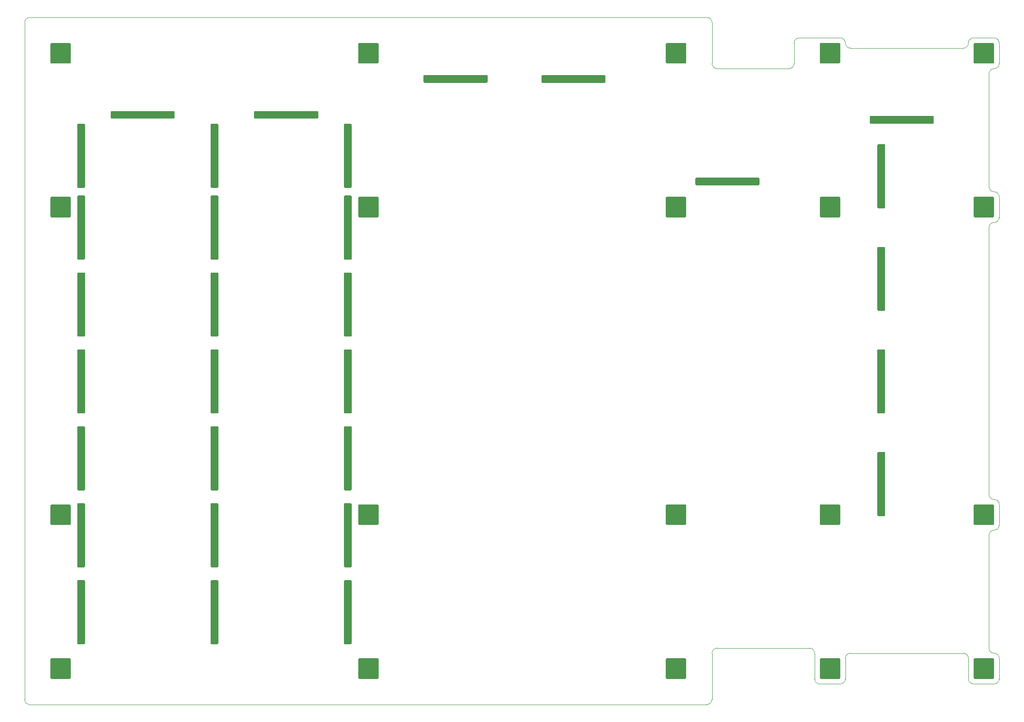
<source format=gbr>
G04 #@! TF.GenerationSoftware,KiCad,Pcbnew,6.0.10+dfsg-1~bpo11+1*
G04 #@! TF.ProjectId,storage,73746f72-6167-4652-9e6b-696361645f70,5.0*
G04 #@! TF.SameCoordinates,Original*
G04 #@! TF.FileFunction,Soldermask,Bot*
G04 #@! TF.FilePolarity,Negative*
%FSLAX46Y46*%
G04 Gerber Fmt 4.6, Leading zero omitted, Abs format (unit mm)*
%MOMM*%
%LPD*%
G01*
G04 APERTURE LIST*
G04 #@! TA.AperFunction,Profile*
%ADD10C,0.120000*%
G04 #@! TD*
G04 APERTURE END LIST*
D10*
X203000000Y-149000000D02*
X185000000Y-149000000D01*
X240000000Y-151000000D02*
X240000000Y-155000000D01*
X210000000Y-151000000D02*
X210000000Y-155000000D01*
X209000000Y-156000000D02*
X205000000Y-156000000D01*
X240000000Y-121000000D02*
X240000000Y-125000000D01*
X201000000Y-30000000D02*
X209000000Y-30000000D01*
X185000000Y-36000000D02*
X199000000Y-36000000D01*
X233000000Y-150000000D02*
X211000000Y-150000000D01*
X240000000Y-31000000D02*
X240000000Y-35000000D01*
X239000000Y-156000000D02*
X235000000Y-156000000D01*
X238000000Y-67000000D02*
X238000000Y-119000000D01*
X184000000Y-150000000D02*
X184000000Y-159000000D01*
X200000000Y-35000000D02*
X200000000Y-31000000D01*
X183000000Y-160000000D02*
X51000000Y-160000000D01*
X234000000Y-155000000D02*
X234000000Y-151000000D01*
X204000000Y-155000000D02*
X204000000Y-150000000D01*
X51000000Y-26000000D02*
X183000000Y-26000000D01*
X184000000Y-27000000D02*
X184000000Y-35000000D01*
X235000000Y-30000000D02*
X239000000Y-30000000D01*
X211000000Y-32000000D02*
X233000000Y-32000000D01*
X238000000Y-127000000D02*
X238000000Y-149000000D01*
X238000000Y-37000000D02*
X238000000Y-59000000D01*
X240000000Y-61000000D02*
X240000000Y-65000000D01*
X50000000Y-159000000D02*
X50000000Y-27000000D01*
X239000000Y-36000000D02*
G75*
G03*
X240000000Y-35000000I0J1000000D01*
G01*
X211000000Y-150000000D02*
G75*
G03*
X210000000Y-151000000I0J-1000000D01*
G01*
X204000000Y-155000000D02*
G75*
G03*
X205000000Y-156000000I1000000J0D01*
G01*
X184000000Y-27000000D02*
G75*
G03*
X183000000Y-26000000I-1000000J0D01*
G01*
X240000000Y-121000000D02*
G75*
G03*
X239000000Y-120000000I-1000000J0D01*
G01*
X238000000Y-59000000D02*
G75*
G03*
X239000000Y-60000000I1000000J0D01*
G01*
X239000000Y-36000000D02*
G75*
G03*
X238000000Y-37000000I0J-1000000D01*
G01*
X239000000Y-126000000D02*
G75*
G03*
X240000000Y-125000000I0J1000000D01*
G01*
X240000000Y-61000000D02*
G75*
G03*
X239000000Y-60000000I-1000000J0D01*
G01*
X199000000Y-36000000D02*
G75*
G03*
X200000000Y-35000000I0J1000000D01*
G01*
X233000000Y-32000000D02*
G75*
G03*
X234000000Y-31000000I0J1000000D01*
G01*
X210000000Y-31000000D02*
G75*
G03*
X209000000Y-30000000I-1000000J0D01*
G01*
X210000000Y-31000000D02*
G75*
G03*
X211000000Y-32000000I1000000J0D01*
G01*
X185000000Y-149000000D02*
G75*
G03*
X184000000Y-150000000I0J-1000000D01*
G01*
X238000000Y-149000000D02*
G75*
G03*
X239000000Y-150000000I1000000J0D01*
G01*
X201000000Y-30000000D02*
G75*
G03*
X200000000Y-31000000I0J-1000000D01*
G01*
X234000000Y-155000000D02*
G75*
G03*
X235000000Y-156000000I1000000J0D01*
G01*
X239000000Y-156000000D02*
G75*
G03*
X240000000Y-155000000I0J1000000D01*
G01*
X238000000Y-119000000D02*
G75*
G03*
X239000000Y-120000000I1000000J0D01*
G01*
X239000000Y-126000000D02*
G75*
G03*
X238000000Y-127000000I0J-1000000D01*
G01*
X240000000Y-31000000D02*
G75*
G03*
X239000000Y-30000000I-1000000J0D01*
G01*
X204000000Y-150000000D02*
G75*
G03*
X203000000Y-149000000I-1000000J0D01*
G01*
X50000000Y-159000000D02*
G75*
G03*
X51000000Y-160000000I999999J-1D01*
G01*
X234000000Y-151000000D02*
G75*
G03*
X233000000Y-150000000I-1000000J0D01*
G01*
X209000000Y-156000000D02*
G75*
G03*
X210000000Y-155000000I0J1000000D01*
G01*
X51000000Y-26000000D02*
G75*
G03*
X50000000Y-27000000I-1J-999999D01*
G01*
X239000000Y-66000000D02*
G75*
G03*
X240000000Y-65000000I0J1000000D01*
G01*
X184000000Y-35000000D02*
G75*
G03*
X185000000Y-36000000I1000000J0D01*
G01*
X235000000Y-30000000D02*
G75*
G03*
X234000000Y-31000000I0J-1000000D01*
G01*
X239000000Y-66000000D02*
G75*
G03*
X238000000Y-67000000I0J-1000000D01*
G01*
X183000000Y-160000000D02*
G75*
G03*
X184000000Y-159000000I0J1000000D01*
G01*
X240000000Y-151000000D02*
G75*
G03*
X239000000Y-150000000I-1000000J0D01*
G01*
G36*
G01*
X235000000Y-64800000D02*
X235000000Y-61200000D01*
G75*
G02*
X235200000Y-61000000I200000J0D01*
G01*
X238800000Y-61000000D01*
G75*
G02*
X239000000Y-61200000I0J-200000D01*
G01*
X239000000Y-64800000D01*
G75*
G02*
X238800000Y-65000000I-200000J0D01*
G01*
X235200000Y-65000000D01*
G75*
G02*
X235000000Y-64800000I0J200000D01*
G01*
G37*
G36*
G01*
X205000000Y-34800000D02*
X205000000Y-31200000D01*
G75*
G02*
X205200000Y-31000000I200000J0D01*
G01*
X208800000Y-31000000D01*
G75*
G02*
X209000000Y-31200000I0J-200000D01*
G01*
X209000000Y-34800000D01*
G75*
G02*
X208800000Y-35000000I-200000J0D01*
G01*
X205200000Y-35000000D01*
G75*
G02*
X205000000Y-34800000I0J200000D01*
G01*
G37*
G36*
G01*
X55000000Y-154800000D02*
X55000000Y-151200000D01*
G75*
G02*
X55200000Y-151000000I200000J0D01*
G01*
X58800000Y-151000000D01*
G75*
G02*
X59000000Y-151200000I0J-200000D01*
G01*
X59000000Y-154800000D01*
G75*
G02*
X58800000Y-155000000I-200000J0D01*
G01*
X55200000Y-155000000D01*
G75*
G02*
X55000000Y-154800000I0J200000D01*
G01*
G37*
G36*
G01*
X205000000Y-124800000D02*
X205000000Y-121200000D01*
G75*
G02*
X205200000Y-121000000I200000J0D01*
G01*
X208800000Y-121000000D01*
G75*
G02*
X209000000Y-121200000I0J-200000D01*
G01*
X209000000Y-124800000D01*
G75*
G02*
X208800000Y-125000000I-200000J0D01*
G01*
X205200000Y-125000000D01*
G75*
G02*
X205000000Y-124800000I0J200000D01*
G01*
G37*
G36*
G01*
X235000000Y-154800000D02*
X235000000Y-151200000D01*
G75*
G02*
X235200000Y-151000000I200000J0D01*
G01*
X238800000Y-151000000D01*
G75*
G02*
X239000000Y-151200000I0J-200000D01*
G01*
X239000000Y-154800000D01*
G75*
G02*
X238800000Y-155000000I-200000J0D01*
G01*
X235200000Y-155000000D01*
G75*
G02*
X235000000Y-154800000I0J200000D01*
G01*
G37*
G36*
G01*
X55000000Y-64800000D02*
X55000000Y-61200000D01*
G75*
G02*
X55200000Y-61000000I200000J0D01*
G01*
X58800000Y-61000000D01*
G75*
G02*
X59000000Y-61200000I0J-200000D01*
G01*
X59000000Y-64800000D01*
G75*
G02*
X58800000Y-65000000I-200000J0D01*
G01*
X55200000Y-65000000D01*
G75*
G02*
X55000000Y-64800000I0J200000D01*
G01*
G37*
G36*
G01*
X115000000Y-154800000D02*
X115000000Y-151200000D01*
G75*
G02*
X115200000Y-151000000I200000J0D01*
G01*
X118800000Y-151000000D01*
G75*
G02*
X119000000Y-151200000I0J-200000D01*
G01*
X119000000Y-154800000D01*
G75*
G02*
X118800000Y-155000000I-200000J0D01*
G01*
X115200000Y-155000000D01*
G75*
G02*
X115000000Y-154800000I0J200000D01*
G01*
G37*
G36*
G01*
X205000000Y-154800000D02*
X205000000Y-151200000D01*
G75*
G02*
X205200000Y-151000000I200000J0D01*
G01*
X208800000Y-151000000D01*
G75*
G02*
X209000000Y-151200000I0J-200000D01*
G01*
X209000000Y-154800000D01*
G75*
G02*
X208800000Y-155000000I-200000J0D01*
G01*
X205200000Y-155000000D01*
G75*
G02*
X205000000Y-154800000I0J200000D01*
G01*
G37*
G36*
G01*
X175000000Y-154800000D02*
X175000000Y-151200000D01*
G75*
G02*
X175200000Y-151000000I200000J0D01*
G01*
X178800000Y-151000000D01*
G75*
G02*
X179000000Y-151200000I0J-200000D01*
G01*
X179000000Y-154800000D01*
G75*
G02*
X178800000Y-155000000I-200000J0D01*
G01*
X175200000Y-155000000D01*
G75*
G02*
X175000000Y-154800000I0J200000D01*
G01*
G37*
G36*
G01*
X235000000Y-34800000D02*
X235000000Y-31200000D01*
G75*
G02*
X235200000Y-31000000I200000J0D01*
G01*
X238800000Y-31000000D01*
G75*
G02*
X239000000Y-31200000I0J-200000D01*
G01*
X239000000Y-34800000D01*
G75*
G02*
X238800000Y-35000000I-200000J0D01*
G01*
X235200000Y-35000000D01*
G75*
G02*
X235000000Y-34800000I0J200000D01*
G01*
G37*
G36*
G01*
X55000000Y-124800000D02*
X55000000Y-121200000D01*
G75*
G02*
X55200000Y-121000000I200000J0D01*
G01*
X58800000Y-121000000D01*
G75*
G02*
X59000000Y-121200000I0J-200000D01*
G01*
X59000000Y-124800000D01*
G75*
G02*
X58800000Y-125000000I-200000J0D01*
G01*
X55200000Y-125000000D01*
G75*
G02*
X55000000Y-124800000I0J200000D01*
G01*
G37*
G36*
G01*
X115000000Y-34800000D02*
X115000000Y-31200000D01*
G75*
G02*
X115200000Y-31000000I200000J0D01*
G01*
X118800000Y-31000000D01*
G75*
G02*
X119000000Y-31200000I0J-200000D01*
G01*
X119000000Y-34800000D01*
G75*
G02*
X118800000Y-35000000I-200000J0D01*
G01*
X115200000Y-35000000D01*
G75*
G02*
X115000000Y-34800000I0J200000D01*
G01*
G37*
G36*
G01*
X205000000Y-64800000D02*
X205000000Y-61200000D01*
G75*
G02*
X205200000Y-61000000I200000J0D01*
G01*
X208800000Y-61000000D01*
G75*
G02*
X209000000Y-61200000I0J-200000D01*
G01*
X209000000Y-64800000D01*
G75*
G02*
X208800000Y-65000000I-200000J0D01*
G01*
X205200000Y-65000000D01*
G75*
G02*
X205000000Y-64800000I0J200000D01*
G01*
G37*
G36*
G01*
X175000000Y-124800000D02*
X175000000Y-121200000D01*
G75*
G02*
X175200000Y-121000000I200000J0D01*
G01*
X178800000Y-121000000D01*
G75*
G02*
X179000000Y-121200000I0J-200000D01*
G01*
X179000000Y-124800000D01*
G75*
G02*
X178800000Y-125000000I-200000J0D01*
G01*
X175200000Y-125000000D01*
G75*
G02*
X175000000Y-124800000I0J200000D01*
G01*
G37*
G36*
G01*
X175000000Y-34800000D02*
X175000000Y-31200000D01*
G75*
G02*
X175200000Y-31000000I200000J0D01*
G01*
X178800000Y-31000000D01*
G75*
G02*
X179000000Y-31200000I0J-200000D01*
G01*
X179000000Y-34800000D01*
G75*
G02*
X178800000Y-35000000I-200000J0D01*
G01*
X175200000Y-35000000D01*
G75*
G02*
X175000000Y-34800000I0J200000D01*
G01*
G37*
G36*
G01*
X235000000Y-124800000D02*
X235000000Y-121200000D01*
G75*
G02*
X235200000Y-121000000I200000J0D01*
G01*
X238800000Y-121000000D01*
G75*
G02*
X239000000Y-121200000I0J-200000D01*
G01*
X239000000Y-124800000D01*
G75*
G02*
X238800000Y-125000000I-200000J0D01*
G01*
X235200000Y-125000000D01*
G75*
G02*
X235000000Y-124800000I0J200000D01*
G01*
G37*
G36*
G01*
X115000000Y-64800000D02*
X115000000Y-61200000D01*
G75*
G02*
X115200000Y-61000000I200000J0D01*
G01*
X118800000Y-61000000D01*
G75*
G02*
X119000000Y-61200000I0J-200000D01*
G01*
X119000000Y-64800000D01*
G75*
G02*
X118800000Y-65000000I-200000J0D01*
G01*
X115200000Y-65000000D01*
G75*
G02*
X115000000Y-64800000I0J200000D01*
G01*
G37*
G36*
G01*
X115000000Y-124800000D02*
X115000000Y-121200000D01*
G75*
G02*
X115200000Y-121000000I200000J0D01*
G01*
X118800000Y-121000000D01*
G75*
G02*
X119000000Y-121200000I0J-200000D01*
G01*
X119000000Y-124800000D01*
G75*
G02*
X118800000Y-125000000I-200000J0D01*
G01*
X115200000Y-125000000D01*
G75*
G02*
X115000000Y-124800000I0J200000D01*
G01*
G37*
G36*
G01*
X55000000Y-34800000D02*
X55000000Y-31200000D01*
G75*
G02*
X55200000Y-31000000I200000J0D01*
G01*
X58800000Y-31000000D01*
G75*
G02*
X59000000Y-31200000I0J-200000D01*
G01*
X59000000Y-34800000D01*
G75*
G02*
X58800000Y-35000000I-200000J0D01*
G01*
X55200000Y-35000000D01*
G75*
G02*
X55000000Y-34800000I0J200000D01*
G01*
G37*
G36*
G01*
X175000000Y-64800000D02*
X175000000Y-61200000D01*
G75*
G02*
X175200000Y-61000000I200000J0D01*
G01*
X178800000Y-61000000D01*
G75*
G02*
X179000000Y-61200000I0J-200000D01*
G01*
X179000000Y-64800000D01*
G75*
G02*
X178800000Y-65000000I-200000J0D01*
G01*
X175200000Y-65000000D01*
G75*
G02*
X175000000Y-64800000I0J200000D01*
G01*
G37*
G36*
G01*
X79250000Y-44400000D02*
X79250000Y-45600000D01*
G75*
G02*
X79100000Y-45750000I-150000J0D01*
G01*
X66900000Y-45750000D01*
G75*
G02*
X66750000Y-45600000I0J150000D01*
G01*
X66750000Y-44400000D01*
G75*
G02*
X66900000Y-44250000I150000J0D01*
G01*
X79100000Y-44250000D01*
G75*
G02*
X79250000Y-44400000I0J-150000D01*
G01*
G37*
G36*
G01*
X107250000Y-44400000D02*
X107250000Y-45600000D01*
G75*
G02*
X107100000Y-45750000I-150000J0D01*
G01*
X94900000Y-45750000D01*
G75*
G02*
X94750000Y-45600000I0J150000D01*
G01*
X94750000Y-44400000D01*
G75*
G02*
X94900000Y-44250000I150000J0D01*
G01*
X107100000Y-44250000D01*
G75*
G02*
X107250000Y-44400000I0J-150000D01*
G01*
G37*
G36*
G01*
X61600000Y-133250000D02*
X60400000Y-133250000D01*
G75*
G02*
X60250000Y-133100000I0J150000D01*
G01*
X60250000Y-120900000D01*
G75*
G02*
X60400000Y-120750000I150000J0D01*
G01*
X61600000Y-120750000D01*
G75*
G02*
X61750000Y-120900000I0J-150000D01*
G01*
X61750000Y-133100000D01*
G75*
G02*
X61600000Y-133250000I-150000J0D01*
G01*
G37*
G36*
G01*
X112400000Y-135750000D02*
X113600000Y-135750000D01*
G75*
G02*
X113750000Y-135900000I0J-150000D01*
G01*
X113750000Y-148100000D01*
G75*
G02*
X113600000Y-148250000I-150000J0D01*
G01*
X112400000Y-148250000D01*
G75*
G02*
X112250000Y-148100000I0J150000D01*
G01*
X112250000Y-135900000D01*
G75*
G02*
X112400000Y-135750000I150000J0D01*
G01*
G37*
G36*
G01*
X216400000Y-90750000D02*
X217600000Y-90750000D01*
G75*
G02*
X217750000Y-90900000I0J-150000D01*
G01*
X217750000Y-103100000D01*
G75*
G02*
X217600000Y-103250000I-150000J0D01*
G01*
X216400000Y-103250000D01*
G75*
G02*
X216250000Y-103100000I0J150000D01*
G01*
X216250000Y-90900000D01*
G75*
G02*
X216400000Y-90750000I150000J0D01*
G01*
G37*
G36*
G01*
X60400000Y-135750000D02*
X61600000Y-135750000D01*
G75*
G02*
X61750000Y-135900000I0J-150000D01*
G01*
X61750000Y-148100000D01*
G75*
G02*
X61600000Y-148250000I-150000J0D01*
G01*
X60400000Y-148250000D01*
G75*
G02*
X60250000Y-148100000I0J150000D01*
G01*
X60250000Y-135900000D01*
G75*
G02*
X60400000Y-135750000I150000J0D01*
G01*
G37*
G36*
G01*
X60400000Y-105750000D02*
X61600000Y-105750000D01*
G75*
G02*
X61750000Y-105900000I0J-150000D01*
G01*
X61750000Y-118100000D01*
G75*
G02*
X61600000Y-118250000I-150000J0D01*
G01*
X60400000Y-118250000D01*
G75*
G02*
X60250000Y-118100000I0J150000D01*
G01*
X60250000Y-105900000D01*
G75*
G02*
X60400000Y-105750000I150000J0D01*
G01*
G37*
G36*
G01*
X86400000Y-75750000D02*
X87600000Y-75750000D01*
G75*
G02*
X87750000Y-75900000I0J-150000D01*
G01*
X87750000Y-88100000D01*
G75*
G02*
X87600000Y-88250000I-150000J0D01*
G01*
X86400000Y-88250000D01*
G75*
G02*
X86250000Y-88100000I0J150000D01*
G01*
X86250000Y-75900000D01*
G75*
G02*
X86400000Y-75750000I150000J0D01*
G01*
G37*
G36*
G01*
X60400000Y-60750000D02*
X61600000Y-60750000D01*
G75*
G02*
X61750000Y-60900000I0J-150000D01*
G01*
X61750000Y-73100000D01*
G75*
G02*
X61600000Y-73250000I-150000J0D01*
G01*
X60400000Y-73250000D01*
G75*
G02*
X60250000Y-73100000I0J150000D01*
G01*
X60250000Y-60900000D01*
G75*
G02*
X60400000Y-60750000I150000J0D01*
G01*
G37*
G36*
G01*
X216400000Y-50750000D02*
X217600000Y-50750000D01*
G75*
G02*
X217750000Y-50900000I0J-150000D01*
G01*
X217750000Y-63100000D01*
G75*
G02*
X217600000Y-63250000I-150000J0D01*
G01*
X216400000Y-63250000D01*
G75*
G02*
X216250000Y-63100000I0J150000D01*
G01*
X216250000Y-50900000D01*
G75*
G02*
X216400000Y-50750000I150000J0D01*
G01*
G37*
G36*
G01*
X227250000Y-45400000D02*
X227250000Y-46600000D01*
G75*
G02*
X227100000Y-46750000I-150000J0D01*
G01*
X214900000Y-46750000D01*
G75*
G02*
X214750000Y-46600000I0J150000D01*
G01*
X214750000Y-45400000D01*
G75*
G02*
X214900000Y-45250000I150000J0D01*
G01*
X227100000Y-45250000D01*
G75*
G02*
X227250000Y-45400000I0J-150000D01*
G01*
G37*
G36*
G01*
X112400000Y-46750000D02*
X113600000Y-46750000D01*
G75*
G02*
X113750000Y-46900000I0J-150000D01*
G01*
X113750000Y-59100000D01*
G75*
G02*
X113600000Y-59250000I-150000J0D01*
G01*
X112400000Y-59250000D01*
G75*
G02*
X112250000Y-59100000I0J150000D01*
G01*
X112250000Y-46900000D01*
G75*
G02*
X112400000Y-46750000I150000J0D01*
G01*
G37*
G36*
G01*
X60400000Y-46750000D02*
X61600000Y-46750000D01*
G75*
G02*
X61750000Y-46900000I0J-150000D01*
G01*
X61750000Y-59100000D01*
G75*
G02*
X61600000Y-59250000I-150000J0D01*
G01*
X60400000Y-59250000D01*
G75*
G02*
X60250000Y-59100000I0J150000D01*
G01*
X60250000Y-46900000D01*
G75*
G02*
X60400000Y-46750000I150000J0D01*
G01*
G37*
G36*
G01*
X86400000Y-135750000D02*
X87600000Y-135750000D01*
G75*
G02*
X87750000Y-135900000I0J-150000D01*
G01*
X87750000Y-148100000D01*
G75*
G02*
X87600000Y-148250000I-150000J0D01*
G01*
X86400000Y-148250000D01*
G75*
G02*
X86250000Y-148100000I0J150000D01*
G01*
X86250000Y-135900000D01*
G75*
G02*
X86400000Y-135750000I150000J0D01*
G01*
G37*
G36*
G01*
X216400000Y-70750000D02*
X217600000Y-70750000D01*
G75*
G02*
X217750000Y-70900000I0J-150000D01*
G01*
X217750000Y-83100000D01*
G75*
G02*
X217600000Y-83250000I-150000J0D01*
G01*
X216400000Y-83250000D01*
G75*
G02*
X216250000Y-83100000I0J150000D01*
G01*
X216250000Y-70900000D01*
G75*
G02*
X216400000Y-70750000I150000J0D01*
G01*
G37*
G36*
G01*
X112400000Y-75750000D02*
X113600000Y-75750000D01*
G75*
G02*
X113750000Y-75900000I0J-150000D01*
G01*
X113750000Y-88100000D01*
G75*
G02*
X113600000Y-88250000I-150000J0D01*
G01*
X112400000Y-88250000D01*
G75*
G02*
X112250000Y-88100000I0J150000D01*
G01*
X112250000Y-75900000D01*
G75*
G02*
X112400000Y-75750000I150000J0D01*
G01*
G37*
G36*
G01*
X86400000Y-60750000D02*
X87600000Y-60750000D01*
G75*
G02*
X87750000Y-60900000I0J-150000D01*
G01*
X87750000Y-73100000D01*
G75*
G02*
X87600000Y-73250000I-150000J0D01*
G01*
X86400000Y-73250000D01*
G75*
G02*
X86250000Y-73100000I0J150000D01*
G01*
X86250000Y-60900000D01*
G75*
G02*
X86400000Y-60750000I150000J0D01*
G01*
G37*
G36*
G01*
X112400000Y-60750000D02*
X113600000Y-60750000D01*
G75*
G02*
X113750000Y-60900000I0J-150000D01*
G01*
X113750000Y-73100000D01*
G75*
G02*
X113600000Y-73250000I-150000J0D01*
G01*
X112400000Y-73250000D01*
G75*
G02*
X112250000Y-73100000I0J150000D01*
G01*
X112250000Y-60900000D01*
G75*
G02*
X112400000Y-60750000I150000J0D01*
G01*
G37*
G36*
G01*
X86400000Y-120750000D02*
X87600000Y-120750000D01*
G75*
G02*
X87750000Y-120900000I0J-150000D01*
G01*
X87750000Y-133100000D01*
G75*
G02*
X87600000Y-133250000I-150000J0D01*
G01*
X86400000Y-133250000D01*
G75*
G02*
X86250000Y-133100000I0J150000D01*
G01*
X86250000Y-120900000D01*
G75*
G02*
X86400000Y-120750000I150000J0D01*
G01*
G37*
G36*
G01*
X60400000Y-75750000D02*
X61600000Y-75750000D01*
G75*
G02*
X61750000Y-75900000I0J-150000D01*
G01*
X61750000Y-88100000D01*
G75*
G02*
X61600000Y-88250000I-150000J0D01*
G01*
X60400000Y-88250000D01*
G75*
G02*
X60250000Y-88100000I0J150000D01*
G01*
X60250000Y-75900000D01*
G75*
G02*
X60400000Y-75750000I150000J0D01*
G01*
G37*
G36*
G01*
X112400000Y-120750000D02*
X113600000Y-120750000D01*
G75*
G02*
X113750000Y-120900000I0J-150000D01*
G01*
X113750000Y-133100000D01*
G75*
G02*
X113600000Y-133250000I-150000J0D01*
G01*
X112400000Y-133250000D01*
G75*
G02*
X112250000Y-133100000I0J150000D01*
G01*
X112250000Y-120900000D01*
G75*
G02*
X112400000Y-120750000I150000J0D01*
G01*
G37*
G36*
G01*
X163250000Y-37400000D02*
X163250000Y-38600000D01*
G75*
G02*
X163100000Y-38750000I-150000J0D01*
G01*
X150900000Y-38750000D01*
G75*
G02*
X150750000Y-38600000I0J150000D01*
G01*
X150750000Y-37400000D01*
G75*
G02*
X150900000Y-37250000I150000J0D01*
G01*
X163100000Y-37250000D01*
G75*
G02*
X163250000Y-37400000I0J-150000D01*
G01*
G37*
G36*
G01*
X216400000Y-110750000D02*
X217600000Y-110750000D01*
G75*
G02*
X217750000Y-110900000I0J-150000D01*
G01*
X217750000Y-123100000D01*
G75*
G02*
X217600000Y-123250000I-150000J0D01*
G01*
X216400000Y-123250000D01*
G75*
G02*
X216250000Y-123100000I0J150000D01*
G01*
X216250000Y-110900000D01*
G75*
G02*
X216400000Y-110750000I150000J0D01*
G01*
G37*
G36*
G01*
X112400000Y-90750000D02*
X113600000Y-90750000D01*
G75*
G02*
X113750000Y-90900000I0J-150000D01*
G01*
X113750000Y-103100000D01*
G75*
G02*
X113600000Y-103250000I-150000J0D01*
G01*
X112400000Y-103250000D01*
G75*
G02*
X112250000Y-103100000I0J150000D01*
G01*
X112250000Y-90900000D01*
G75*
G02*
X112400000Y-90750000I150000J0D01*
G01*
G37*
G36*
G01*
X86400000Y-105750000D02*
X87600000Y-105750000D01*
G75*
G02*
X87750000Y-105900000I0J-150000D01*
G01*
X87750000Y-118100000D01*
G75*
G02*
X87600000Y-118250000I-150000J0D01*
G01*
X86400000Y-118250000D01*
G75*
G02*
X86250000Y-118100000I0J150000D01*
G01*
X86250000Y-105900000D01*
G75*
G02*
X86400000Y-105750000I150000J0D01*
G01*
G37*
G36*
G01*
X112400000Y-105750000D02*
X113600000Y-105750000D01*
G75*
G02*
X113750000Y-105900000I0J-150000D01*
G01*
X113750000Y-118100000D01*
G75*
G02*
X113600000Y-118250000I-150000J0D01*
G01*
X112400000Y-118250000D01*
G75*
G02*
X112250000Y-118100000I0J150000D01*
G01*
X112250000Y-105900000D01*
G75*
G02*
X112400000Y-105750000I150000J0D01*
G01*
G37*
G36*
G01*
X86400000Y-90750000D02*
X87600000Y-90750000D01*
G75*
G02*
X87750000Y-90900000I0J-150000D01*
G01*
X87750000Y-103100000D01*
G75*
G02*
X87600000Y-103250000I-150000J0D01*
G01*
X86400000Y-103250000D01*
G75*
G02*
X86250000Y-103100000I0J150000D01*
G01*
X86250000Y-90900000D01*
G75*
G02*
X86400000Y-90750000I150000J0D01*
G01*
G37*
G36*
G01*
X86400000Y-46750000D02*
X87600000Y-46750000D01*
G75*
G02*
X87750000Y-46900000I0J-150000D01*
G01*
X87750000Y-59100000D01*
G75*
G02*
X87600000Y-59250000I-150000J0D01*
G01*
X86400000Y-59250000D01*
G75*
G02*
X86250000Y-59100000I0J150000D01*
G01*
X86250000Y-46900000D01*
G75*
G02*
X86400000Y-46750000I150000J0D01*
G01*
G37*
G36*
G01*
X60400000Y-90750000D02*
X61600000Y-90750000D01*
G75*
G02*
X61750000Y-90900000I0J-150000D01*
G01*
X61750000Y-103100000D01*
G75*
G02*
X61600000Y-103250000I-150000J0D01*
G01*
X60400000Y-103250000D01*
G75*
G02*
X60250000Y-103100000I0J150000D01*
G01*
X60250000Y-90900000D01*
G75*
G02*
X60400000Y-90750000I150000J0D01*
G01*
G37*
G36*
G01*
X140250000Y-37400000D02*
X140250000Y-38600000D01*
G75*
G02*
X140100000Y-38750000I-150000J0D01*
G01*
X127900000Y-38750000D01*
G75*
G02*
X127750000Y-38600000I0J150000D01*
G01*
X127750000Y-37400000D01*
G75*
G02*
X127900000Y-37250000I150000J0D01*
G01*
X140100000Y-37250000D01*
G75*
G02*
X140250000Y-37400000I0J-150000D01*
G01*
G37*
G36*
G01*
X193250000Y-57400000D02*
X193250000Y-58600000D01*
G75*
G02*
X193100000Y-58750000I-150000J0D01*
G01*
X180900000Y-58750000D01*
G75*
G02*
X180750000Y-58600000I0J150000D01*
G01*
X180750000Y-57400000D01*
G75*
G02*
X180900000Y-57250000I150000J0D01*
G01*
X193100000Y-57250000D01*
G75*
G02*
X193250000Y-57400000I0J-150000D01*
G01*
G37*
M02*

</source>
